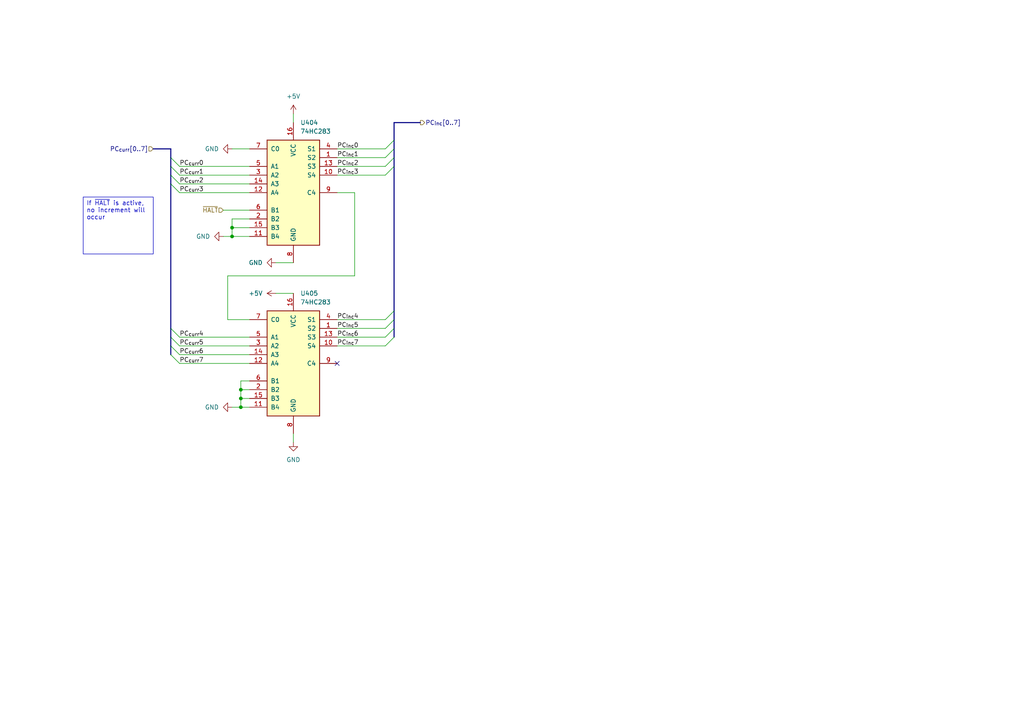
<source format=kicad_sch>
(kicad_sch (version 20230121) (generator eeschema)
  (paper "A4")
  (lib_symbols
    (symbol "74xx:74LS283" (pin_names (offset 1.016))
      (property "Reference" "U" (at -7.62 16.51 0))
      (property "Value" "74LS283" (at -7.62 -16.51 0))
      (symbol "74LS283_1_0"
        (pin output line (at 12.7 10.16 180) (length 5.08) (name "S2") (number "1"))
        (pin output line (at 12.7 5.08 180) (length 5.08) (name "S4") (number "10"))
        (pin input line (at -12.7 -12.7 0) (length 5.08) (name "B4") (number "11"))
        (pin input line (at -12.7 0 0) (length 5.08) (name "A4") (number "12"))
        (pin output line (at 12.7 7.62 180) (length 5.08) (name "S3") (number "13"))
        (pin input line (at -12.7 2.54 0) (length 5.08) (name "A3") (number "14"))
        (pin input line (at -12.7 -10.16 0) (length 5.08) (name "B3") (number "15"))
        (pin power_in line (at 0 20.32 270) (length 5.08) (name "VCC") (number "16"))
        (pin input line (at -12.7 -7.62 0) (length 5.08) (name "B2") (number "2"))
        (pin input line (at -12.7 5.08 0) (length 5.08) (name "A2") (number "3"))
        (pin output line (at 12.7 12.7 180) (length 5.08) (name "S1") (number "4"))
        (pin input line (at -12.7 7.62 0) (length 5.08) (name "A1") (number "5"))
        (pin input line (at -12.7 -5.08 0) (length 5.08) (name "B1") (number "6"))
        (pin input line (at -12.7 12.7 0) (length 5.08) (name "C0") (number "7"))
        (pin power_in line (at 0 -20.32 90) (length 5.08) (name "GND") (number "8"))
        (pin output line (at 12.7 0 180) (length 5.08) (name "C4") (number "9"))
      )
      (symbol "74LS283_1_1"
        (rectangle (start -7.62 15.24) (end 7.62 -15.24) (stroke (width 0.254)) (fill (type background)))
      )
    )
    (symbol "GND_1" (power) (pin_names (offset 0))
      (property "Value" "GND_1" (at 0 -3.81 0))
      (symbol "GND_1_0_1"
        (polyline (pts (xy 0 0) (xy 0 -1.27) (xy 1.27 -1.27) (xy 0 -2.54) (xy -1.27 -1.27) (xy 0 -1.27)))
      )
      (symbol "GND_1_1_1"
        (pin power_in line (at 0 0 270) (length 0) hide (name "GND") (number "1"))
      )
    )
    (symbol "GND_2" (power) (pin_names (offset 0))
      (property "Value" "GND_2" (at 0 -3.81 0))
      (symbol "GND_2_0_1"
        (polyline (pts (xy 0 0) (xy 0 -1.27) (xy 1.27 -1.27) (xy 0 -2.54) (xy -1.27 -1.27) (xy 0 -1.27)))
      )
      (symbol "GND_2_1_1"
        (pin power_in line (at 0 0 270) (length 0) hide (name "GND") (number "1"))
      )
    )
    (symbol "GND_3" (power) (pin_names (offset 0))
      (property "Value" "GND_3" (at 0 -3.81 0))
      (symbol "GND_3_0_1"
        (polyline (pts (xy 0 0) (xy 0 -1.27) (xy 1.27 -1.27) (xy 0 -2.54) (xy -1.27 -1.27) (xy 0 -1.27)))
      )
      (symbol "GND_3_1_1"
        (pin power_in line (at 0 0 270) (length 0) hide (name "GND") (number "1"))
      )
    )
    (symbol "power:+5V" (power) (pin_names (offset 0))
      (property "Value" "+5V" (at 0 3.556 0))
      (symbol "+5V_0_1"
        (polyline (pts (xy -0.762 1.27) (xy 0 2.54)))
        (polyline (pts (xy 0 0) (xy 0 2.54)))
        (polyline (pts (xy 0 2.54) (xy 0.762 1.27)))
      )
      (symbol "+5V_1_1"
        (pin power_in line (at 0 0 90) (length 0) hide (name "+5V") (number "1"))
      )
    )
    (symbol "power:GND" (power) (pin_names (offset 0))
      (property "Value" "GND" (at 0 -3.81 0))
      (symbol "GND_0_1"
        (polyline (pts (xy 0 0) (xy 0 -1.27) (xy 1.27 -1.27) (xy 0 -2.54) (xy -1.27 -1.27) (xy 0 -1.27)))
      )
      (symbol "GND_1_1"
        (pin power_in line (at 0 0 270) (length 0) hide (name "GND") (number "1"))
      )
    )
  )
  (junction (at 67.31 66.04))
  (junction (at 67.31 68.58))
  (junction (at 69.85 113.03))
  (junction (at 69.85 115.57))
  (junction (at 69.85 118.11))
  (no_connect (at 97.79 105.41))
  (bus_entry (at 49.53 50.8) (size 2.54 2.54))
  (bus_entry (at 114.3 43.18) (size -2.54 2.54))
  (bus_entry (at 49.53 102.87) (size 2.54 2.54))
  (bus_entry (at 114.3 92.71) (size -2.54 2.54))
  (bus_entry (at 49.53 48.26) (size 2.54 2.54))
  (bus_entry (at 49.53 100.33) (size 2.54 2.54))
  (bus_entry (at 114.3 40.64) (size -2.54 2.54))
  (bus_entry (at 114.3 48.26) (size -2.54 2.54))
  (bus_entry (at 49.53 97.79) (size 2.54 2.54))
  (bus_entry (at 114.3 97.79) (size -2.54 2.54))
  (bus_entry (at 49.53 95.25) (size 2.54 2.54))
  (bus_entry (at 49.53 53.34) (size 2.54 2.54))
  (bus_entry (at 114.3 90.17) (size -2.54 2.54))
  (bus_entry (at 114.3 45.72) (size -2.54 2.54))
  (bus_entry (at 49.53 45.72) (size 2.54 2.54))
  (bus_entry (at 114.3 95.25) (size -2.54 2.54))
  (wire (pts (xy 97.79 43.18) (xy 111.76 43.18)))
  (wire (pts (xy 97.79 92.71) (xy 111.76 92.71)))
  (wire (pts (xy 66.04 92.71) (xy 72.39 92.71)))
  (wire (pts (xy 64.77 68.58) (xy 67.31 68.58)))
  (wire (pts (xy 72.39 63.5) (xy 67.31 63.5)))
  (bus (pts (xy 49.53 100.33) (xy 49.53 102.87)))
  (wire (pts (xy 67.31 68.58) (xy 72.39 68.58)))
  (bus (pts (xy 44.45 43.18) (xy 49.53 43.18)))
  (wire (pts (xy 97.79 55.88) (xy 102.87 55.88)))
  (wire (pts (xy 80.01 76.2) (xy 85.09 76.2)))
  (wire (pts (xy 85.09 125.73) (xy 85.09 128.27)))
  (wire (pts (xy 80.01 85.09) (xy 85.09 85.09)))
  (bus (pts (xy 114.3 43.18) (xy 114.3 45.72)))
  (bus (pts (xy 49.53 48.26) (xy 49.53 50.8)))
  (wire (pts (xy 97.79 45.72) (xy 111.76 45.72)))
  (bus (pts (xy 114.3 40.64) (xy 114.3 43.18)))
  (bus (pts (xy 114.3 48.26) (xy 114.3 90.17)))
  (bus (pts (xy 49.53 95.25) (xy 49.53 97.79)))
  (wire (pts (xy 67.31 63.5) (xy 67.31 66.04)))
  (bus (pts (xy 114.3 92.71) (xy 114.3 95.25)))
  (wire (pts (xy 97.79 95.25) (xy 111.76 95.25)))
  (wire (pts (xy 67.31 66.04) (xy 72.39 66.04)))
  (wire (pts (xy 52.07 55.88) (xy 72.39 55.88)))
  (bus (pts (xy 114.3 90.17) (xy 114.3 92.71)))
  (bus (pts (xy 49.53 53.34) (xy 49.53 95.25)))
  (wire (pts (xy 102.87 55.88) (xy 102.87 80.01)))
  (wire (pts (xy 97.79 100.33) (xy 111.76 100.33)))
  (wire (pts (xy 69.85 115.57) (xy 69.85 118.11)))
  (wire (pts (xy 102.87 80.01) (xy 66.04 80.01)))
  (wire (pts (xy 52.07 100.33) (xy 72.39 100.33)))
  (wire (pts (xy 67.31 66.04) (xy 67.31 68.58)))
  (bus (pts (xy 121.92 35.56) (xy 114.3 35.56)))
  (wire (pts (xy 97.79 50.8) (xy 111.76 50.8)))
  (bus (pts (xy 49.53 50.8) (xy 49.53 53.34)))
  (wire (pts (xy 52.07 50.8) (xy 72.39 50.8)))
  (wire (pts (xy 52.07 53.34) (xy 72.39 53.34)))
  (wire (pts (xy 72.39 110.49) (xy 69.85 110.49)))
  (wire (pts (xy 67.31 43.18) (xy 72.39 43.18)))
  (wire (pts (xy 52.07 48.26) (xy 72.39 48.26)))
  (wire (pts (xy 69.85 118.11) (xy 72.39 118.11)))
  (wire (pts (xy 69.85 115.57) (xy 72.39 115.57)))
  (wire (pts (xy 97.79 97.79) (xy 111.76 97.79)))
  (wire (pts (xy 85.09 33.02) (xy 85.09 35.56)))
  (wire (pts (xy 69.85 110.49) (xy 69.85 113.03)))
  (bus (pts (xy 49.53 97.79) (xy 49.53 100.33)))
  (bus (pts (xy 49.53 45.72) (xy 49.53 48.26)))
  (wire (pts (xy 52.07 97.79) (xy 72.39 97.79)))
  (bus (pts (xy 114.3 45.72) (xy 114.3 48.26)))
  (wire (pts (xy 66.04 80.01) (xy 66.04 92.71)))
  (wire (pts (xy 52.07 102.87) (xy 72.39 102.87)))
  (wire (pts (xy 67.31 118.11) (xy 69.85 118.11)))
  (bus (pts (xy 114.3 95.25) (xy 114.3 97.79)))
  (wire (pts (xy 69.85 113.03) (xy 69.85 115.57)))
  (wire (pts (xy 52.07 105.41) (xy 72.39 105.41)))
  (bus (pts (xy 114.3 35.56) (xy 114.3 40.64)))
  (wire (pts (xy 97.79 48.26) (xy 111.76 48.26)))
  (wire (pts (xy 69.85 113.03) (xy 72.39 113.03)))
  (bus (pts (xy 49.53 43.18) (xy 49.53 45.72)))
  (wire (pts (xy 64.77 60.96) (xy 72.39 60.96)))
  (text_box "If ~{HALT} is active, no increment will occur" (at 24.13 57.15 0) (size 20.32 16.51) (effects (font (size 1.27 1.27)) (justify left top)))
  (label "PC_{inc}5" (at 97.79 95.25 0))
  (label "PC_{inc}4" (at 97.79 92.71 0))
  (label "PC_{curr}0" (at 52.07 48.26 0))
  (label "PC_{inc}0" (at 97.79 43.18 0))
  (label "PC_{curr}2" (at 52.07 53.34 0))
  (label "PC_{inc}7" (at 97.79 100.33 0))
  (label "PC_{curr}4" (at 52.07 97.79 0))
  (label "PC_{curr}6" (at 52.07 102.87 0))
  (label "PC_{curr}1" (at 52.07 50.8 0))
  (label "PC_{curr}3" (at 52.07 55.88 0))
  (label "PC_{curr}5" (at 52.07 100.33 0))
  (label "PC_{inc}2" (at 97.79 48.26 0))
  (label "PC_{inc}6" (at 97.79 97.79 0))
  (label "PC_{curr}7" (at 52.07 105.41 0))
  (label "PC_{inc}1" (at 97.79 45.72 0))
  (label "PC_{inc}3" (at 97.79 50.8 0))
  (hierarchical_label "PC_{inc}[0..7]" (shape output) (at 121.92 35.56 0))
  (hierarchical_label "PC_{curr}[0..7]" (shape input) (at 44.45 43.18 180))
  (hierarchical_label "~{HALT}" (shape input) (at 64.77 60.96 180))
  (symbol (lib_id "power:+5V") (at 85.09 33.02 0) (unit 1)
    (property "Reference" "#PWR0418" (effects hide))
    (property "Value" "+5V" (at 85.09 27.94 0))
    (instances (project "SALU" (path "" (reference "#PWR0418") (unit 1))) (project "Simple Program Counter" (path "" (reference "#PWR0303") (unit 1))))
  )
  (symbol (lib_id "power:GND") (at 85.09 128.27 0) (unit 1)
    (property "Reference" "#PWR0419" (effects hide))
    (property "Value" "GND" (at 85.09 133.35 0))
    (instances (project "SALU" (path "" (reference "#PWR0419") (unit 1))) (project "Simple Program Counter" (path "" (reference "#PWR0304") (unit 1))))
  )
  (symbol (lib_name "GND_3") (lib_id "power:GND") (at 67.31 118.11 270) (unit 1)
    (property "Reference" "#PWR0307" (effects hide))
    (property "Value" "GND" (at 63.5 118.11 90) (effects (justify right)))
  )
  (symbol (lib_id "power:+5V") (at 80.01 85.09 90) (unit 1)
    (property "Reference" "#PWR0417" (effects hide))
    (property "Value" "+5V" (at 76.2 85.0899 90) (effects (justify left)))
    (instances (project "SALU" (path "" (reference "#PWR0417") (unit 1))) (project "Simple Program Counter" (path "" (reference "#PWR0302") (unit 1))))
  )
  (symbol (lib_id "74xx:74LS283") (at 85.09 55.88 0) (unit 1) (in_bom no)
    (property "Reference" "U404" (at 87.1094 35.56 0) (effects (justify left)))
    (property "Value" "74HC283" (at 87.1094 38.1 0) (effects (justify left)))
    (property "Footprint" "Package_DIP:DIP-16_W7.62mm_Socket" (effects hide))
    (property "Datasheet" "http://www.ti.com/lit/gpn/sn74LS283" (effects hide))
    (instances (project "SALU" (path "" (reference "U404") (unit 1))) (project "Simple Program Counter" (path "" (reference "U301") (unit 1))))
  )
  (symbol (lib_name "GND_1") (lib_id "power:GND") (at 67.31 43.18 270) (unit 1)
    (property "Reference" "#PWR0305" (effects hide))
    (property "Value" "GND" (at 63.5 43.18 90) (effects (justify right)))
  )
  (symbol (lib_name "GND_2") (lib_id "power:GND") (at 64.77 68.58 270) (unit 1)
    (property "Reference" "#PWR0306" (effects hide))
    (property "Value" "GND" (at 60.96 68.58 90) (effects (justify right)))
  )
  (symbol (lib_id "power:GND") (at 80.01 76.2 270) (unit 1)
    (property "Reference" "#PWR0416" (effects hide))
    (property "Value" "GND" (at 76.2 76.1999 90) (effects (justify right)))
    (instances (project "SALU" (path "" (reference "#PWR0416") (unit 1))) (project "Simple Program Counter" (path "" (reference "#PWR0301") (unit 1))))
  )
  (symbol (lib_id "74xx:74LS283") (at 85.09 105.41 0) (unit 1) (in_bom no)
    (property "Reference" "U405" (at 87.1094 85.09 0) (effects (justify left)))
    (property "Value" "74HC283" (at 87.1094 87.63 0) (effects (justify left)))
    (property "Footprint" "Package_DIP:DIP-16_W7.62mm_Socket" (effects hide))
    (property "Datasheet" "http://www.ti.com/lit/gpn/sn74LS283" (effects hide))
    (instances (project "SALU" (path "" (reference "U405") (unit 1))) (project "Simple Program Counter" (path "" (reference "U302") (unit 1))))
  )
)
</source>
